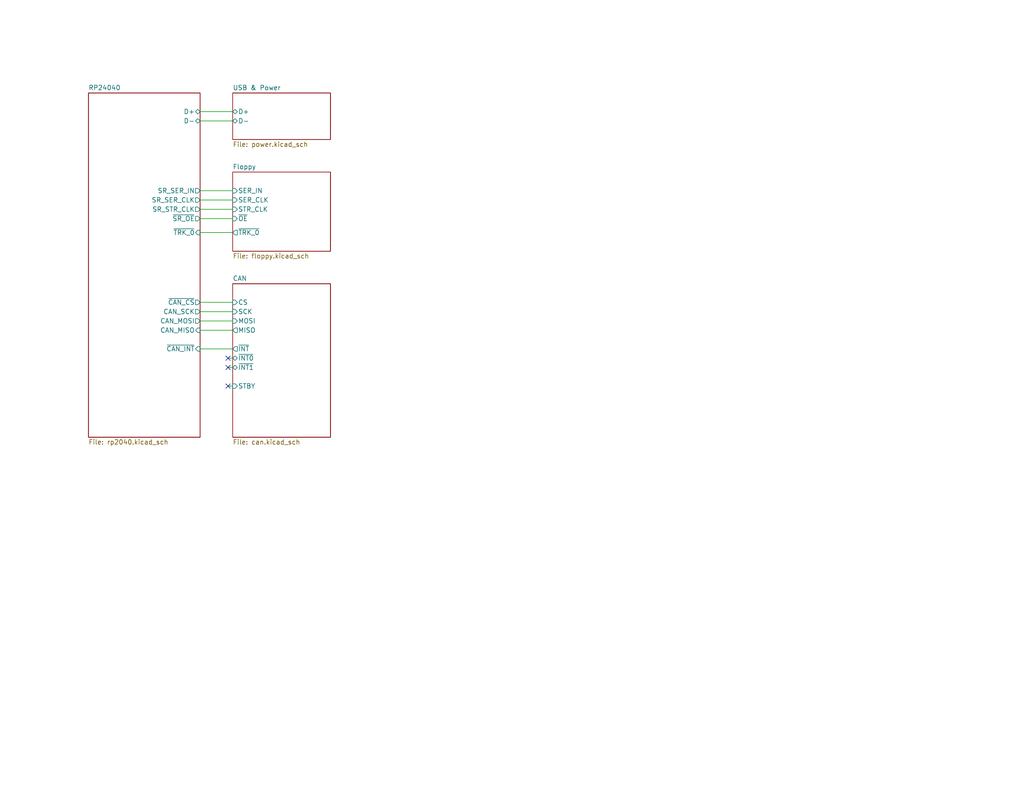
<source format=kicad_sch>
(kicad_sch
	(version 20250114)
	(generator "eeschema")
	(generator_version "9.0")
	(uuid "31ace883-3c66-4c24-8ad2-3e2f731466ac")
	(paper "USLetter")
	(title_block
		(title "Floppier Drive Controller - Slave")
		(date "2024-10-12")
		(rev " v1.0")
		(company "Adrian Wowk")
	)
	(lib_symbols)
	(no_connect
		(at 62.23 105.41)
		(uuid "21e2eb33-fb38-4872-b2fe-7d84b11932e3")
	)
	(no_connect
		(at 62.23 100.33)
		(uuid "2bbe9f00-fa8e-48d7-8489-4b2f80016ab5")
	)
	(no_connect
		(at 62.23 97.79)
		(uuid "9123efcd-0c30-4a8d-8fb0-f035d2e7887d")
	)
	(wire
		(pts
			(xy 54.61 90.17) (xy 63.5 90.17)
		)
		(stroke
			(width 0)
			(type default)
		)
		(uuid "0b158efc-b0d9-466a-b976-572f8131aff0")
	)
	(wire
		(pts
			(xy 54.61 59.69) (xy 63.5 59.69)
		)
		(stroke
			(width 0)
			(type default)
		)
		(uuid "0e9f0785-e289-400a-a949-70593dc5873d")
	)
	(wire
		(pts
			(xy 54.61 52.07) (xy 63.5 52.07)
		)
		(stroke
			(width 0)
			(type default)
		)
		(uuid "1de80d79-0812-446b-ab84-7a5cb09a353b")
	)
	(wire
		(pts
			(xy 54.61 82.55) (xy 63.5 82.55)
		)
		(stroke
			(width 0)
			(type default)
		)
		(uuid "23753ae2-0a43-49ea-9fac-e3d83d0f0d65")
	)
	(wire
		(pts
			(xy 62.23 100.33) (xy 63.5 100.33)
		)
		(stroke
			(width 0)
			(type default)
		)
		(uuid "2fe49362-3885-4eb1-b7de-13d9c411797e")
	)
	(wire
		(pts
			(xy 54.61 95.25) (xy 63.5 95.25)
		)
		(stroke
			(width 0)
			(type default)
		)
		(uuid "53ff3d14-3455-4ec7-aa01-ba940d8de668")
	)
	(wire
		(pts
			(xy 54.61 57.15) (xy 63.5 57.15)
		)
		(stroke
			(width 0)
			(type default)
		)
		(uuid "5705346f-9dd9-438f-8b0d-a3e6c35baf46")
	)
	(wire
		(pts
			(xy 54.61 54.61) (xy 63.5 54.61)
		)
		(stroke
			(width 0)
			(type default)
		)
		(uuid "77d88c61-82ae-48cc-9df2-da47ed7471b7")
	)
	(wire
		(pts
			(xy 54.61 87.63) (xy 63.5 87.63)
		)
		(stroke
			(width 0)
			(type default)
		)
		(uuid "a241c66e-285e-46c4-9ac6-4ddaa0bb4fff")
	)
	(wire
		(pts
			(xy 54.61 33.02) (xy 63.5 33.02)
		)
		(stroke
			(width 0)
			(type default)
		)
		(uuid "ab84ec2a-1365-47a4-a01e-75df33ebc46f")
	)
	(wire
		(pts
			(xy 54.61 30.48) (xy 63.5 30.48)
		)
		(stroke
			(width 0)
			(type default)
		)
		(uuid "bde53fed-5105-4b8a-b937-ca7c894bd10e")
	)
	(wire
		(pts
			(xy 54.61 85.09) (xy 63.5 85.09)
		)
		(stroke
			(width 0)
			(type default)
		)
		(uuid "becf8b3e-2267-4897-932c-97c484d0059d")
	)
	(wire
		(pts
			(xy 54.61 63.5) (xy 63.5 63.5)
		)
		(stroke
			(width 0)
			(type default)
		)
		(uuid "c1c1835c-2b62-4660-9b83-abee35ccf7f7")
	)
	(wire
		(pts
			(xy 62.23 97.79) (xy 63.5 97.79)
		)
		(stroke
			(width 0)
			(type default)
		)
		(uuid "cdc31863-9202-4e99-8d13-e769edebff4f")
	)
	(wire
		(pts
			(xy 62.23 105.41) (xy 63.5 105.41)
		)
		(stroke
			(width 0)
			(type default)
		)
		(uuid "df18d26a-c8fc-4ef7-857d-90ff5b1d9288")
	)
	(sheet
		(at 63.5 46.99)
		(size 26.67 21.59)
		(exclude_from_sim no)
		(in_bom yes)
		(on_board yes)
		(dnp no)
		(fields_autoplaced yes)
		(stroke
			(width 0.1524)
			(type solid)
		)
		(fill
			(color 0 0 0 0.0000)
		)
		(uuid "1ddec73e-5668-4a61-b09f-43f56310757b")
		(property "Sheetname" "Floppy"
			(at 63.5 46.2784 0)
			(effects
				(font
					(size 1.27 1.27)
				)
				(justify left bottom)
			)
		)
		(property "Sheetfile" "floppy.kicad_sch"
			(at 63.5 69.1646 0)
			(effects
				(font
					(size 1.27 1.27)
				)
				(justify left top)
			)
		)
		(pin "SER_IN" input
			(at 63.5 52.07 180)
			(uuid "bf63cad2-cd9b-4e6c-bf36-480ca6bd69b3")
			(effects
				(font
					(size 1.27 1.27)
				)
				(justify left)
			)
		)
		(pin "SER_CLK" input
			(at 63.5 54.61 180)
			(uuid "ce81f4bf-6059-4cc9-a4ff-dc59fbd80625")
			(effects
				(font
					(size 1.27 1.27)
				)
				(justify left)
			)
		)
		(pin "STR_CLK" input
			(at 63.5 57.15 180)
			(uuid "07d9a948-4cdc-4cb0-8420-0dbe0a15e516")
			(effects
				(font
					(size 1.27 1.27)
				)
				(justify left)
			)
		)
		(pin "~{OE}" input
			(at 63.5 59.69 180)
			(uuid "d6086654-2c3f-40c1-ba13-64db0ed17336")
			(effects
				(font
					(size 1.27 1.27)
				)
				(justify left)
			)
		)
		(pin "~{TRK_0}" output
			(at 63.5 63.5 180)
			(uuid "03150ffa-10b2-4184-a6b6-7b7125238ae0")
			(effects
				(font
					(size 1.27 1.27)
				)
				(justify left)
			)
		)
		(instances
			(project "drive_controller_master"
				(path "/31ace883-3c66-4c24-8ad2-3e2f731466ac"
					(page "5")
				)
			)
		)
	)
	(sheet
		(at 24.13 25.4)
		(size 30.48 93.98)
		(exclude_from_sim no)
		(in_bom yes)
		(on_board yes)
		(dnp no)
		(fields_autoplaced yes)
		(stroke
			(width 0.1524)
			(type solid)
		)
		(fill
			(color 0 0 0 0.0000)
		)
		(uuid "4c46bb41-db97-405d-9b14-14566640a675")
		(property "Sheetname" "RP24040"
			(at 24.13 24.6884 0)
			(effects
				(font
					(size 1.27 1.27)
				)
				(justify left bottom)
			)
		)
		(property "Sheetfile" "rp2040.kicad_sch"
			(at 24.13 119.9646 0)
			(effects
				(font
					(size 1.27 1.27)
				)
				(justify left top)
			)
		)
		(pin "~{SR_OE}" output
			(at 54.61 59.69 0)
			(uuid "40a8d62d-5b38-47e7-8c90-d5c517f9d413")
			(effects
				(font
					(size 1.27 1.27)
				)
				(justify right)
			)
		)
		(pin "SR_SER_IN" output
			(at 54.61 52.07 0)
			(uuid "2d4fd7f2-ef99-47cf-8f8b-9c34909a8a0f")
			(effects
				(font
					(size 1.27 1.27)
				)
				(justify right)
			)
		)
		(pin "SR_STR_CLK" output
			(at 54.61 57.15 0)
			(uuid "9f687689-9862-46e0-9a63-1ae4510d2518")
			(effects
				(font
					(size 1.27 1.27)
				)
				(justify right)
			)
		)
		(pin "SR_SER_CLK" output
			(at 54.61 54.61 0)
			(uuid "c9643450-5ed5-438b-a15d-4f894a59e7cf")
			(effects
				(font
					(size 1.27 1.27)
				)
				(justify right)
			)
		)
		(pin "CAN_MOSI" output
			(at 54.61 87.63 0)
			(uuid "46b6d3eb-3420-40e0-b99f-b5fbfae1df57")
			(effects
				(font
					(size 1.27 1.27)
				)
				(justify right)
			)
		)
		(pin "~{CAN_INT}" input
			(at 54.61 95.25 0)
			(uuid "5d09a34e-66b0-4d1e-a2e4-2a51794a03ab")
			(effects
				(font
					(size 1.27 1.27)
				)
				(justify right)
			)
		)
		(pin "D-" bidirectional
			(at 54.61 33.02 0)
			(uuid "181dad40-8dc1-4dec-81fb-492a8604014b")
			(effects
				(font
					(size 1.27 1.27)
				)
				(justify right)
			)
		)
		(pin "CAN_SCK" output
			(at 54.61 85.09 0)
			(uuid "c0ba66d9-da34-454f-b718-19d1db951954")
			(effects
				(font
					(size 1.27 1.27)
				)
				(justify right)
			)
		)
		(pin "~{CAN_CS}" output
			(at 54.61 82.55 0)
			(uuid "70d60c1c-e268-4d8e-89be-9cfe65b30620")
			(effects
				(font
					(size 1.27 1.27)
				)
				(justify right)
			)
		)
		(pin "CAN_MISO" input
			(at 54.61 90.17 0)
			(uuid "85204d1c-fe17-486b-bc09-60f601b8d0d3")
			(effects
				(font
					(size 1.27 1.27)
				)
				(justify right)
			)
		)
		(pin "D+" bidirectional
			(at 54.61 30.48 0)
			(uuid "e82e42c0-72ac-43fb-8fa4-947a2646c76b")
			(effects
				(font
					(size 1.27 1.27)
				)
				(justify right)
			)
		)
		(pin "~{TRK_0}" input
			(at 54.61 63.5 0)
			(uuid "a6634417-4c71-44bd-aaa4-92959cf67f62")
			(effects
				(font
					(size 1.27 1.27)
				)
				(justify right)
			)
		)
		(instances
			(project "drive_controller_master"
				(path "/31ace883-3c66-4c24-8ad2-3e2f731466ac"
					(page "3")
				)
			)
		)
	)
	(sheet
		(at 63.5 77.47)
		(size 26.67 41.91)
		(exclude_from_sim no)
		(in_bom yes)
		(on_board yes)
		(dnp no)
		(fields_autoplaced yes)
		(stroke
			(width 0.1524)
			(type solid)
		)
		(fill
			(color 0 0 0 0.0000)
		)
		(uuid "8bfefe59-8aca-4256-b54b-00091b8f871a")
		(property "Sheetname" "CAN"
			(at 63.5 76.7584 0)
			(effects
				(font
					(size 1.27 1.27)
				)
				(justify left bottom)
			)
		)
		(property "Sheetfile" "can.kicad_sch"
			(at 63.5 119.9646 0)
			(effects
				(font
					(size 1.27 1.27)
				)
				(justify left top)
			)
		)
		(pin "~{INT0}" bidirectional
			(at 63.5 97.79 180)
			(uuid "d891592d-e4c8-4da1-8ebe-5c7969121d55")
			(effects
				(font
					(size 1.27 1.27)
				)
				(justify left)
			)
		)
		(pin "~{INT}" output
			(at 63.5 95.25 180)
			(uuid "4ecd117b-3f3e-4c2d-8315-337980366489")
			(effects
				(font
					(size 1.27 1.27)
				)
				(justify left)
			)
		)
		(pin "~{INT1}" bidirectional
			(at 63.5 100.33 180)
			(uuid "2aabf991-0799-477b-bdbc-e613e7c060bd")
			(effects
				(font
					(size 1.27 1.27)
				)
				(justify left)
			)
		)
		(pin "MOSI" input
			(at 63.5 87.63 180)
			(uuid "dfd54612-d7c1-49c7-923e-27ed803b80e9")
			(effects
				(font
					(size 1.27 1.27)
				)
				(justify left)
			)
		)
		(pin "MISO" output
			(at 63.5 90.17 180)
			(uuid "af74efca-9a21-470b-ac5d-8e1582f94992")
			(effects
				(font
					(size 1.27 1.27)
				)
				(justify left)
			)
		)
		(pin "CS" input
			(at 63.5 82.55 180)
			(uuid "9d9fdc55-45e6-46a1-83a8-7d604d315552")
			(effects
				(font
					(size 1.27 1.27)
				)
				(justify left)
			)
		)
		(pin "SCK" input
			(at 63.5 85.09 180)
			(uuid "1d60add9-ef80-4c0c-b992-3a1061b5056e")
			(effects
				(font
					(size 1.27 1.27)
				)
				(justify left)
			)
		)
		(pin "STBY" input
			(at 63.5 105.41 180)
			(uuid "8590350e-6133-4288-8221-1c28867d6ed8")
			(effects
				(font
					(size 1.27 1.27)
				)
				(justify left)
			)
		)
		(instances
			(project "drive_controller_master"
				(path "/31ace883-3c66-4c24-8ad2-3e2f731466ac"
					(page "4")
				)
			)
		)
	)
	(sheet
		(at 63.5 25.4)
		(size 26.67 12.7)
		(exclude_from_sim no)
		(in_bom yes)
		(on_board yes)
		(dnp no)
		(fields_autoplaced yes)
		(stroke
			(width 0.1524)
			(type solid)
		)
		(fill
			(color 0 0 0 0.0000)
		)
		(uuid "b7a4fc0c-2799-4576-ad86-abc1dae725f3")
		(property "Sheetname" "USB & Power"
			(at 63.5 24.6884 0)
			(effects
				(font
					(size 1.27 1.27)
				)
				(justify left bottom)
			)
		)
		(property "Sheetfile" "power.kicad_sch"
			(at 63.5 38.6846 0)
			(effects
				(font
					(size 1.27 1.27)
				)
				(justify left top)
			)
		)
		(pin "D+" bidirectional
			(at 63.5 30.48 180)
			(uuid "c4473dd9-c7dd-4dd6-80d2-d98fdc149c35")
			(effects
				(font
					(size 1.27 1.27)
				)
				(justify left)
			)
		)
		(pin "D-" bidirectional
			(at 63.5 33.02 180)
			(uuid "f95dc258-be38-4278-ade8-5485dca7a4b1")
			(effects
				(font
					(size 1.27 1.27)
				)
				(justify left)
			)
		)
		(instances
			(project "drive_controller_master"
				(path "/31ace883-3c66-4c24-8ad2-3e2f731466ac"
					(page "2")
				)
			)
		)
	)
	(sheet_instances
		(path "/"
			(page "1")
		)
	)
	(embedded_fonts no)
)

</source>
